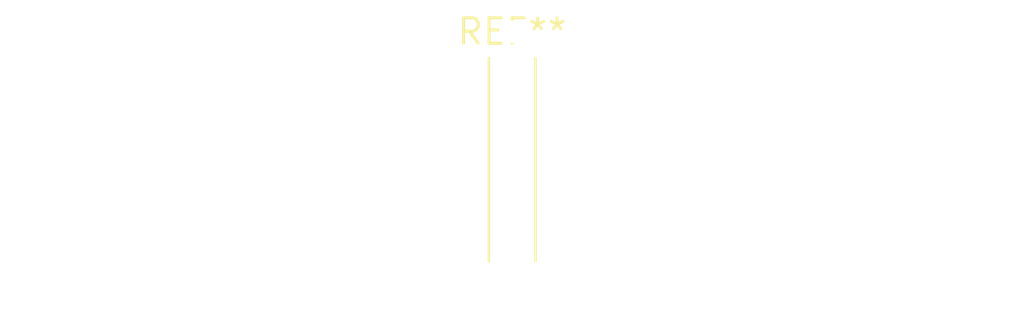
<source format=kicad_pcb>
(kicad_pcb (version 20240108) (generator pcbnew)
  (layers (0 "F.Cu" signal) (31 "B.Cu" signal) (34 "B.Paste" user) (35 "F.Paste" user) (36 "B.SilkS" user "B.Silkscreen") (37 "F.SilkS" user "F.Silkscreen") (38 "B.Mask" user) (39 "F.Mask" user) (44 "Edge.Cuts" user))
  (net 0 "")
  (footprint "SolderWire-0.5sqmm_1x01_D0.9mm_OD2.1mm_Relief" (layer "F.Cu") (at 0 0)
    (property "Reference" "REF**")
    (property "Value" "SolderWire-0.5sqmm_1x01_D0.9mm_OD2.1mm_Relief")
    (fp_line (start -1.16 1.31) (end -1.16 11.44) (layer "F.SilkS") (stroke (width 0.12)))
    (fp_line (start 1.16 1.31) (end 1.16 11.44) (layer "F.SilkS") (stroke (width 0.12)))
    (pad "" np_thru_hole circle (at 0 12.6) (size 2.6 2.6) (drill 2.6) (layers *.Cu *.Mask))
    (pad "1" thru_hole roundrect (at 0 0) (size 2.1 2.1) (drill 1.1) (layers *.Cu *.Mask) (remove_unused_layers) (roundrect_rratio 0.119048))
  )
)
</source>
